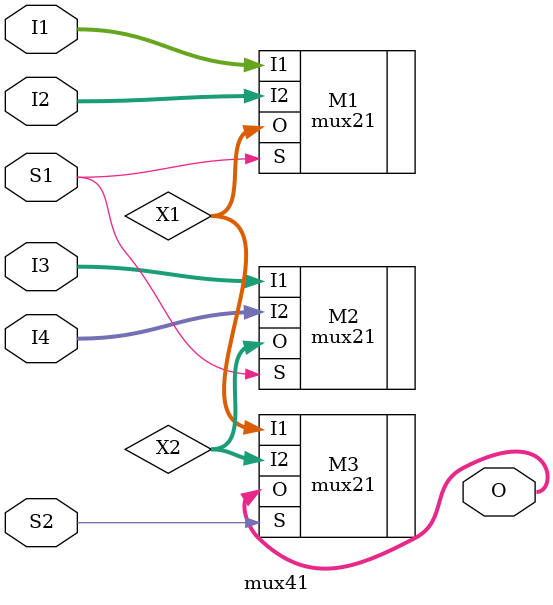
<source format=v>
module mux41 (I1,I2,I3,I4,S1,S2,O); // 4:1 multiplexer with 2 select lines made from 2:1 multiplexers
  input[4:0] I1,I2,I3,I4;
  input S1,S2;
  output[4:0] O;
  wire[4:0] X1,X2;
  mux21 M1 (
   .I1(I1),
   .I2(I2),
   .S(S1),
   .O(X1)
   );
  mux21 M2 (
   .I1(I3),
   .I2(I4),
   .S(S1),
   .O(X2)
   );
  mux21 M3 (
   .I1(X1),
   .I2(X2),
   .S(S2),
   .O(O)
   );
 endmodule

</source>
